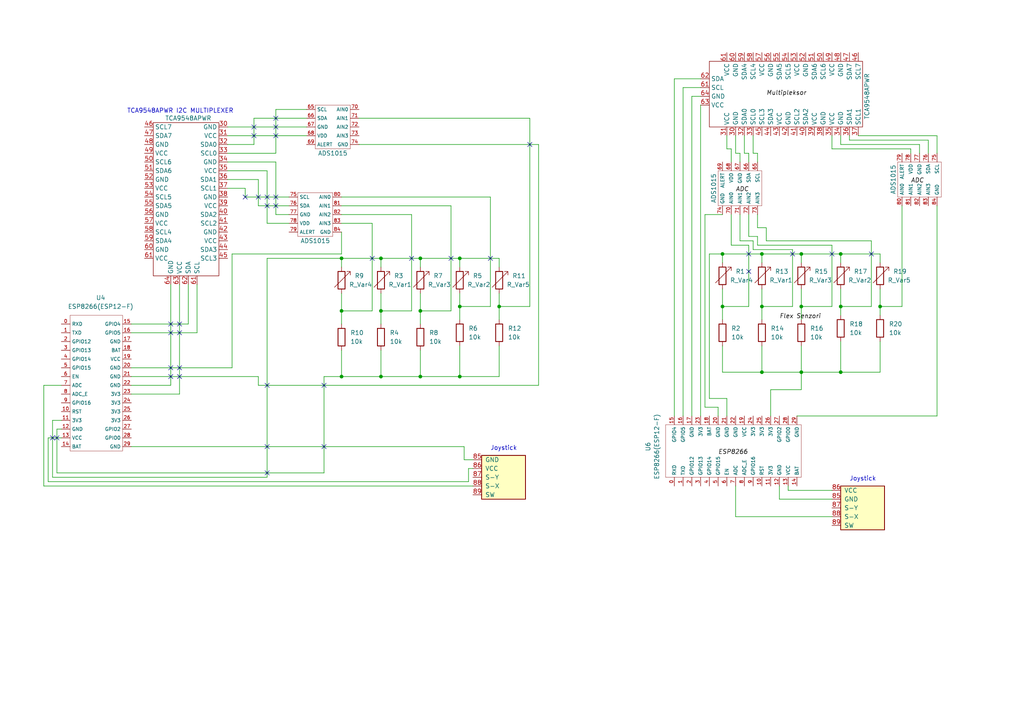
<source format=kicad_sch>
(kicad_sch (version 20230121) (generator eeschema)
  (paper "A4")
  (lib_symbols
    (symbol "ADS1115_1"
      (property "Value" "ADS1015" (at 0 -7.62 0))
      (symbol "ADS1115_1_0_1"
        (rectangle (start -5.08 6.35) (end 5.08 -6.35) (stroke (width 0.0005)))
      )
      (symbol "ADS1115_1_1_1"
        (pin input line (at 7.62 5.08 180) (length 2.54) (name "SCL") (number "65"))
        (pin input line (at 7.62 2.54 180) (length 2.54) (name "SDA") (number "66"))
        (pin passive line (at 7.62 0 180) (length 2.54) (name "GND") (number "67"))
        (pin input line (at 7.62 -2.54 180) (length 2.54) (name "VDD") (number "68"))
        (pin input line (at 7.62 -5.08 180) (length 2.54) (name "ALERT") (number "69"))
        (pin input line (at -7.62 5.08 0) (length 2.54) (name "AIN0") (number "70"))
        (pin input line (at -7.62 2.54 0) (length 2.54) (name "AIN1") (number "71"))
        (pin input line (at -7.62 0 0) (length 2.54) (name "AIN2") (number "72"))
        (pin input line (at -7.62 -2.54 0) (length 2.54) (name "AIN3") (number "73"))
        (pin passive line (at -7.62 -5.08 0) (length 2.54) (name "GND") (number "74"))
      )
    )
    (symbol "ADS1115_2"
      (property "Value" "ADS1015" (at 0 -7.62 0))
      (symbol "ADS1115_2_0_1"
        (rectangle (start -5.08 6.35) (end 5.08 -6.35) (stroke (width 0.0005)))
      )
      (symbol "ADS1115_2_1_1"
        (pin input line (at 7.62 5.08 180) (length 2.54) (name "SCL") (number "65"))
        (pin input line (at 7.62 2.54 180) (length 2.54) (name "SDA") (number "66"))
        (pin passive line (at 7.62 0 180) (length 2.54) (name "GND") (number "67"))
        (pin input line (at 7.62 -2.54 180) (length 2.54) (name "VDD") (number "68"))
        (pin input line (at 7.62 -5.08 180) (length 2.54) (name "ALERT") (number "69"))
        (pin input line (at -7.62 -2.54 0) (length 2.54) (name "AIN0") (number "70"))
        (pin input line (at -7.62 0 0) (length 2.54) (name "AIN1") (number "71"))
        (pin input line (at -7.62 2.54 0) (length 2.54) (name "AIN2") (number "72"))
        (pin input line (at -7.62 5.08 0) (length 2.54) (name "AIN3") (number "73"))
        (pin passive line (at -7.62 -5.08 0) (length 2.54) (name "GND") (number "74"))
      )
    )
    (symbol "ADS1115_3"
      (property "Value" "ADS1015" (at 0 -7.62 0))
      (symbol "ADS1115_3_0_1"
        (rectangle (start -5.08 6.35) (end 5.08 -6.35) (stroke (width 0.0005)))
      )
      (symbol "ADS1115_3_1_1"
        (pin input line (at 7.62 5.08 180) (length 2.54) (name "SCL") (number "75"))
        (pin input line (at 7.62 2.54 180) (length 2.54) (name "SDA") (number "76"))
        (pin passive line (at 7.62 0 180) (length 2.54) (name "GND") (number "77"))
        (pin input line (at 7.62 -2.54 180) (length 2.54) (name "VDD") (number "78"))
        (pin input line (at 7.62 -5.08 180) (length 2.54) (name "ALERT") (number "79"))
        (pin input line (at -7.62 -5.08 0) (length 2.54) (name "AIN0") (number "80"))
        (pin input line (at -7.62 -2.54 0) (length 2.54) (name "AIN1") (number "81"))
        (pin input line (at -7.62 0 0) (length 2.54) (name "AIN2") (number "82"))
        (pin input line (at -7.62 2.54 0) (length 2.54) (name "AIN3") (number "83"))
        (pin passive line (at -7.62 5.08 0) (length 2.54) (name "GND") (number "84"))
      )
    )
    (symbol "Analog_ADC:MAX1275" (pin_names (offset 1.016))
      (symbol "MAX1275_1_1"
        (rectangle (start -7.62 8.89) (end 5.08 -3.81) (stroke (width 0.254)) (fill (type background)))
        (pin power_in line (at -10.16 7.62 0) (length 2.54) (name "GND") (number "85"))
        (pin power_in line (at -10.16 5.08 0) (length 2.54) (name "VCC") (number "86"))
        (pin power_out line (at -10.16 2.54 0) (length 2.54) (name "S-Y") (number "87"))
        (pin power_out line (at -10.16 0 0) (length 2.54) (name "S-X") (number "88"))
        (pin power_out line (at -10.16 -2.54 0) (length 2.54) (name "SW") (number "89"))
      )
    )
    (symbol "Device:R" (pin_numbers hide) (pin_names (offset 0))
      (property "Reference" "R" (at 2.032 0 90))
      (property "Value" "R" (at 0 0 90))
      (symbol "R_0_1"
        (rectangle (start -1.016 -2.54) (end 1.016 2.54) (stroke (width 0.254)))
      )
      (symbol "R_1_1"
        (pin passive line (at 0 3.81 270) (length 1.27) (name "~") (number "1"))
        (pin passive line (at 0 -3.81 90) (length 1.27) (name "~") (number "2"))
      )
    )
    (symbol "Device:R_Variable" (pin_numbers hide) (pin_names (offset 0))
      (property "Reference" "R" (at 2.54 -2.54 90))
      (property "Value" "R_Variable" (at -2.54 -1.27 90))
      (symbol "R_Variable_0_1"
        (rectangle (start -1.016 -2.54) (end 1.016 2.54) (stroke (width 0.254)))
        (polyline (pts (xy 2.54 1.524) (xy 2.54 2.54) (xy 1.524 2.54) (xy 2.54 2.54) (xy -2.032 -2.032)))
      )
      (symbol "R_Variable_1_1"
        (pin passive line (at 0 3.81 270) (length 1.27) (name "~") (number "1"))
        (pin passive line (at 0 -3.81 90) (length 1.27) (name "~") (number "2"))
      )
    )
    (symbol "ESP8266(ESP12-F)_1"
      (property "Reference" "U6" (at 1.27 10.16 0))
      (property "Value" "ESP8266(ESP12-F)" (at 1.27 7.62 0))
      (symbol "ESP8266(ESP12-F)_1_0_1"
        (rectangle (start -7.62 5.08) (end 7.62 -34.29) (stroke (width 0.0005)))
        (rectangle (start 7.62 -8.89) (end 7.62 -8.89) (stroke (width 0.0005)))
      )
      (symbol "ESP8266(ESP12-F)_1_1_1"
        (pin input line (at -10.16 2.54 0) (length 2.54) (name "RXD") (number "0"))
        (pin input line (at -10.16 0 0) (length 2.54) (name "TXD") (number "1"))
        (pin input line (at -10.16 -22.86 0) (length 2.54) (name "RST") (number "10"))
        (pin input line (at -10.16 -25.4 0) (length 2.54) (name "3V3") (number "11"))
        (pin input line (at -10.16 -27.94 0) (length 2.54) (name "GND") (number "12"))
        (pin input line (at -10.16 -30.48 0) (length 2.54) (name "VCC") (number "13"))
        (pin input line (at -10.16 -33.02 0) (length 2.54) (name "BAT") (number "14"))
        (pin input line (at 10.16 2.54 180) (length 2.54) (name "GPIO4") (number "15"))
        (pin input line (at 10.16 0 180) (length 2.54) (name "GPIO5") (number "16"))
        (pin input line (at 10.16 -2.54 180) (length 2.54) (name "GND") (number "17"))
        (pin input line (at 10.16 -7.62 180) (length 2.54) (name "BAT") (number "18"))
        (pin input line (at 10.16 -17.78 180) (length 2.54) (name "VCC") (number "19"))
        (pin input line (at -10.16 -2.54 0) (length 2.54) (name "GPIO12") (number "2"))
        (pin input line (at 10.16 -10.16 180) (length 2.54) (name "GND") (number "20"))
        (pin input line (at 10.16 -12.7 180) (length 2.54) (name "GND") (number "21"))
        (pin input line (at 10.16 -15.24 180) (length 2.54) (name "GND") (number "22"))
        (pin input line (at 10.16 -5.08 180) (length 2.54) (name "3V3") (number "23"))
        (pin input line (at 10.16 -20.32 180) (length 2.54) (name "3V3") (number "24"))
        (pin input line (at 10.16 -22.86 180) (length 2.54) (name "3V3") (number "25"))
        (pin input line (at 10.16 -25.4 180) (length 2.54) (name "3V3") (number "26"))
        (pin input line (at 10.16 -27.94 180) (length 2.54) (name "GPIO2") (number "27"))
        (pin input line (at 10.16 -30.48 180) (length 2.54) (name "GPIO0") (number "28"))
        (pin input line (at 10.16 -33.02 180) (length 2.54) (name "GND") (number "29"))
        (pin input line (at -10.16 -5.08 0) (length 2.54) (name "GPIO13") (number "3"))
        (pin input line (at -10.16 -7.62 0) (length 2.54) (name "GPIO14") (number "4"))
        (pin input line (at -10.16 -10.16 0) (length 2.54) (name "GPIO15") (number "5"))
        (pin input line (at -10.16 -12.7 0) (length 2.54) (name "EN") (number "6"))
        (pin input line (at -10.16 -15.24 0) (length 2.54) (name "ADC") (number "7"))
        (pin input line (at -10.16 -17.78 0) (length 2.54) (name "ADC_E") (number "8"))
        (pin input line (at -10.16 -20.32 0) (length 2.54) (name "GPIO16") (number "9"))
      )
    )
    (symbol "MAX1275_1" (pin_names (offset 1.016))
      (symbol "MAX1275_1_1_1"
        (rectangle (start -7.62 8.89) (end 5.08 -3.81) (stroke (width 0.254)) (fill (type background)))
        (pin power_in line (at -10.16 5.08 0) (length 2.54) (name "GND") (number "85"))
        (pin power_in line (at -10.16 7.62 0) (length 2.54) (name "VCC") (number "86"))
        (pin power_out line (at -10.16 2.54 0) (length 2.54) (name "S-Y") (number "87"))
        (pin power_out line (at -10.16 0 0) (length 2.54) (name "S-X") (number "88"))
        (pin power_out line (at -10.16 -2.54 0) (length 2.54) (name "SW") (number "89"))
      )
    )
    (symbol "TCA9548APWR_1"
      (property "Value" "TCA9548APWR" (at 2.54 20.32 0))
      (symbol "TCA9548APWR_1_0_1"
        (rectangle (start -6.35 19.05) (end 12.7 -25.4) (stroke (width 0.1524)))
      )
      (symbol "TCA9548APWR_1_1_1"
        (pin power_in line (at -8.89 -17.78 0) (length 2.54) (name "GND") (number "30"))
        (pin power_in line (at -8.89 -20.32 0) (length 2.54) (name "VCC") (number "31"))
        (pin bidirectional line (at -8.89 -15.24 0) (length 2.54) (name "SDA0") (number "32"))
        (pin bidirectional line (at -8.89 -12.7 0) (length 2.54) (name "SCL0") (number "33"))
        (pin power_out line (at -8.89 12.7 0) (length 2.54) (name "GND") (number "34"))
        (pin power_in line (at -8.89 10.16 0) (length 2.54) (name "VCC") (number "35"))
        (pin bidirectional line (at -8.89 15.24 0) (length 2.54) (name "SDA1") (number "36"))
        (pin bidirectional line (at -8.89 17.78 0) (length 2.54) (name "SCL1") (number "37"))
        (pin power_out line (at -8.89 7.62 0) (length 2.54) (name "GND") (number "38"))
        (pin power_in line (at -8.89 5.08 0) (length 2.54) (name "VCC") (number "39"))
        (pin bidirectional line (at -8.89 2.54 0) (length 2.54) (name "SDA2") (number "40"))
        (pin bidirectional line (at -8.89 0 0) (length 2.54) (name "SCL2") (number "41"))
        (pin power_out line (at -8.89 -2.54 0) (length 2.54) (name "GND") (number "42"))
        (pin power_in line (at -8.89 -5.08 0) (length 2.54) (name "VCC") (number "43"))
        (pin bidirectional line (at -8.89 -7.62 0) (length 2.54) (name "SDA3") (number "44"))
        (pin bidirectional line (at -8.89 -10.16 0) (length 2.54) (name "SCL3") (number "45"))
        (pin bidirectional line (at 15.24 17.78 180) (length 2.54) (name "SCL7") (number "46"))
        (pin bidirectional line (at 15.24 15.24 180) (length 2.54) (name "SDA7") (number "47"))
        (pin power_out line (at 15.24 12.7 180) (length 2.54) (name "GND") (number "48"))
        (pin power_in line (at 15.24 10.16 180) (length 2.54) (name "VCC") (number "49"))
        (pin bidirectional line (at 15.24 7.62 180) (length 2.54) (name "SCL6") (number "50"))
        (pin bidirectional line (at 15.24 5.08 180) (length 2.54) (name "SDA6") (number "51"))
        (pin power_out line (at 15.24 2.54 180) (length 2.54) (name "GND") (number "52"))
        (pin power_in line (at 15.24 0 180) (length 2.54) (name "VCC") (number "53"))
        (pin bidirectional line (at 15.24 -2.54 180) (length 2.54) (name "SCL5") (number "54"))
        (pin bidirectional line (at 15.24 -5.08 180) (length 2.54) (name "SDA5") (number "55"))
        (pin power_out line (at 15.24 -7.62 180) (length 2.54) (name "GND") (number "56"))
        (pin power_in line (at 15.24 -10.16 180) (length 2.54) (name "VCC") (number "57"))
        (pin bidirectional line (at 15.24 -12.7 180) (length 2.54) (name "SCL4") (number "58"))
        (pin bidirectional line (at 15.24 -15.24 180) (length 2.54) (name "SDA4") (number "59"))
        (pin power_out line (at 15.24 -17.78 180) (length 2.54) (name "GND") (number "60"))
        (pin power_in line (at 5.08 -27.94 90) (length 2.54) (name "SCL") (number "61"))
        (pin power_in line (at 15.24 -20.32 180) (length 2.54) (name "VCC") (number "61"))
        (pin power_out line (at 7.62 -27.94 90) (length 2.54) (name "SDA") (number "62"))
        (pin bidirectional line (at 0 -27.94 90) (length 2.54) (name "VCC") (number "63"))
        (pin bidirectional line (at 2.54 -27.94 90) (length 2.54) (name "GND") (number "64"))
      )
    )
    (symbol "e-radionica.com schematics:ADS1115"
      (property "Value" "ADS1015" (at 0 -7.62 0))
      (symbol "ADS1115_0_1"
        (rectangle (start -5.08 6.35) (end 5.08 -6.35) (stroke (width 0.0005)))
      )
      (symbol "ADS1115_1_1"
        (pin input line (at 7.62 5.08 180) (length 2.54) (name "SCL") (number "75"))
        (pin input line (at 7.62 2.54 180) (length 2.54) (name "SDA") (number "76"))
        (pin passive line (at 7.62 0 180) (length 2.54) (name "GND") (number "77"))
        (pin input line (at 7.62 -2.54 180) (length 2.54) (name "VDD") (number "78"))
        (pin input line (at 7.62 -5.08 180) (length 2.54) (name "ALERT") (number "79"))
        (pin input line (at -7.62 5.08 0) (length 2.54) (name "AIN0") (number "80"))
        (pin input line (at -7.62 2.54 0) (length 2.54) (name "AIN1") (number "81"))
        (pin input line (at -7.62 0 0) (length 2.54) (name "AIN2") (number "82"))
        (pin input line (at -7.62 -2.54 0) (length 2.54) (name "AIN3") (number "83"))
        (pin passive line (at -7.62 -5.08 0) (length 2.54) (name "GND") (number "84"))
      )
    )
    (symbol "e-radionica.com schematics:ESP8266(ESP12-F)"
      (property "Reference" "U4" (at 1.27 10.16 0))
      (property "Value" "ESP8266(ESP12-F)" (at 1.27 7.62 0))
      (symbol "ESP8266(ESP12-F)_0_1"
        (rectangle (start -7.62 5.08) (end 7.62 -34.29) (stroke (width 0.0005)))
        (rectangle (start 7.62 -8.89) (end 7.62 -8.89) (stroke (width 0.0005)))
      )
      (symbol "ESP8266(ESP12-F)_1_1"
        (pin input line (at -10.16 2.54 0) (length 2.54) (name "RXD") (number "0"))
        (pin input line (at -10.16 0 0) (length 2.54) (name "TXD") (number "1"))
        (pin input line (at -10.16 -22.86 0) (length 2.54) (name "RST") (number "10"))
        (pin input line (at -10.16 -25.4 0) (length 2.54) (name "3V3") (number "11"))
        (pin input line (at -10.16 -27.94 0) (length 2.54) (name "GND") (number "12"))
        (pin input line (at -10.16 -30.48 0) (length 2.54) (name "VCC") (number "13"))
        (pin input line (at -10.16 -33.02 0) (length 2.54) (name "BAT") (number "14"))
        (pin input line (at 10.16 2.54 180) (length 2.54) (name "GPIO4") (number "15"))
        (pin input line (at 10.16 0 180) (length 2.54) (name "GPIO5") (number "16"))
        (pin input line (at 10.16 -2.54 180) (length 2.54) (name "GND") (number "17"))
        (pin input line (at 10.16 -5.08 180) (length 2.54) (name "BAT") (number "18"))
        (pin input line (at 10.16 -7.62 180) (length 2.54) (name "VCC") (number "19"))
        (pin input line (at -10.16 -2.54 0) (length 2.54) (name "GPIO12") (number "2"))
        (pin input line (at 10.16 -10.16 180) (length 2.54) (name "GND") (number "20"))
        (pin input line (at 10.16 -12.7 180) (length 2.54) (name "GND") (number "21"))
        (pin input line (at 10.16 -15.24 180) (length 2.54) (name "GND") (number "22"))
        (pin input line (at 10.16 -17.78 180) (length 2.54) (name "3V3") (number "23"))
        (pin input line (at 10.16 -20.32 180) (length 2.54) (name "3V3") (number "24"))
        (pin input line (at 10.16 -22.86 180) (length 2.54) (name "3V3") (number "25"))
        (pin input line (at 10.16 -25.4 180) (length 2.54) (name "3V3") (number "26"))
        (pin input line (at 10.16 -27.94 180) (length 2.54) (name "GPIO2") (number "27"))
        (pin input line (at 10.16 -30.48 180) (length 2.54) (name "GPIO0") (number "28"))
        (pin input line (at 10.16 -33.02 180) (length 2.54) (name "GND") (number "29"))
        (pin input line (at -10.16 -5.08 0) (length 2.54) (name "GPIO13") (number "3"))
        (pin input line (at -10.16 -7.62 0) (length 2.54) (name "GPIO14") (number "4"))
        (pin input line (at -10.16 -10.16 0) (length 2.54) (name "GPIO15") (number "5"))
        (pin input line (at -10.16 -12.7 0) (length 2.54) (name "EN") (number "6"))
        (pin input line (at -10.16 -15.24 0) (length 2.54) (name "ADC") (number "7"))
        (pin input line (at -10.16 -17.78 0) (length 2.54) (name "ADC_E") (number "8"))
        (pin input line (at -10.16 -20.32 0) (length 2.54) (name "GPIO16") (number "9"))
      )
    )
    (symbol "e-radionica.com schematics:TCA9548APWR"
      (property "Value" "TCA9548APWR" (at 2.54 20.32 0))
      (symbol "TCA9548APWR_0_1"
        (rectangle (start -6.35 19.05) (end 12.7 -25.4) (stroke (width 0.1524)))
      )
      (symbol "TCA9548APWR_1_1"
        (pin power_in line (at -8.89 17.78 0) (length 2.54) (name "GND") (number "30"))
        (pin power_in line (at -8.89 15.24 0) (length 2.54) (name "VCC") (number "31"))
        (pin bidirectional line (at -8.89 12.7 0) (length 2.54) (name "SDA0") (number "32"))
        (pin bidirectional line (at -8.89 10.16 0) (length 2.54) (name "SCL0") (number "33"))
        (pin power_out line (at -8.89 7.62 0) (length 2.54) (name "GND") (number "34"))
        (pin power_in line (at -8.89 5.08 0) (length 2.54) (name "VCC") (number "35"))
        (pin bidirectional line (at -8.89 2.54 0) (length 2.54) (name "SDA1") (number "36"))
        (pin bidirectional line (at -8.89 0 0) (length 2.54) (name "SCL1") (number "37"))
        (pin power_out line (at -8.89 -2.54 0) (length 2.54) (name "GND") (number "38"))
        (pin power_in line (at -8.89 -5.08 0) (length 2.54) (name "VCC") (number "39"))
        (pin bidirectional line (at -8.89 -7.62 0) (length 2.54) (name "SDA2") (number "40"))
        (pin bidirectional line (at -8.89 -10.16 0) (length 2.54) (name "SCL2") (number "41"))
        (pin power_out line (at -8.89 -12.7 0) (length 2.54) (name "GND") (number "42"))
        (pin power_in line (at -8.89 -15.24 0) (length 2.54) (name "VCC") (number "43"))
        (pin bidirectional line (at -8.89 -17.78 0) (length 2.54) (name "SDA3") (number "44"))
        (pin bidirectional line (at -8.89 -20.32 0) (length 2.54) (name "SCL3") (number "45"))
        (pin bidirectional line (at 15.24 17.78 180) (length 2.54) (name "SCL7") (number "46"))
        (pin bidirectional line (at 15.24 15.24 180) (length 2.54) (name "SDA7") (number "47"))
        (pin power_out line (at 15.24 12.7 180) (length 2.54) (name "GND") (number "48"))
        (pin power_in line (at 15.24 10.16 180) (length 2.54) (name "VCC") (number "49"))
        (pin bidirectional line (at 15.24 7.62 180) (length 2.54) (name "SCL6") (number "50"))
        (pin bidirectional line (at 15.24 5.08 180) (length 2.54) (name "SDA6") (number "51"))
        (pin power_out line (at 15.24 2.54 180) (length 2.54) (name "GND") (number "52"))
        (pin power_in line (at 15.24 0 180) (length 2.54) (name "VCC") (number "53"))
        (pin bidirectional line (at 15.24 -2.54 180) (length 2.54) (name "SCL5") (number "54"))
        (pin bidirectional line (at 15.24 -5.08 180) (length 2.54) (name "SDA5") (number "55"))
        (pin power_out line (at 15.24 -7.62 180) (length 2.54) (name "GND") (number "56"))
        (pin power_in line (at 15.24 -10.16 180) (length 2.54) (name "VCC") (number "57"))
        (pin bidirectional line (at 15.24 -12.7 180) (length 2.54) (name "SCL4") (number "58"))
        (pin bidirectional line (at 15.24 -15.24 180) (length 2.54) (name "SDA4") (number "59"))
        (pin power_out line (at 15.24 -17.78 180) (length 2.54) (name "GND") (number "60"))
        (pin power_in line (at 0 -27.94 90) (length 2.54) (name "SCL") (number "61"))
        (pin power_in line (at 15.24 -20.32 180) (length 2.54) (name "VCC") (number "61"))
        (pin power_out line (at 2.54 -27.94 90) (length 2.54) (name "SDA") (number "62"))
        (pin bidirectional line (at 5.08 -27.94 90) (length 2.54) (name "VCC") (number "63"))
        (pin bidirectional line (at 7.62 -27.94 90) (length 2.54) (name "GND") (number "64"))
      )
    )
  )
  (junction (at 255.27 88.9))
  (junction (at 99.06 109.22))
  (junction (at 121.92 74.93))
  (junction (at 121.92 90.17))
  (junction (at 133.35 109.22))
  (junction (at 243.84 73.66))
  (junction (at 220.98 88.9))
  (junction (at 220.98 73.66))
  (junction (at 144.78 88.9))
  (junction (at 121.92 109.22))
  (junction (at 232.41 73.66))
  (junction (at 220.98 107.95))
  (junction (at 209.55 88.9))
  (junction (at 232.41 107.95))
  (junction (at 133.35 74.93))
  (junction (at 99.06 74.93))
  (junction (at 110.49 90.17))
  (junction (at 110.49 109.22))
  (junction (at 243.84 88.9))
  (junction (at 110.49 74.93))
  (junction (at 232.41 88.9))
  (junction (at 99.06 90.17))
  (junction (at 133.35 88.9))
  (junction (at 209.55 73.66))
  (junction (at 243.84 107.95))
  (no_connect (at 80.01 39.37))
  (no_connect (at 49.53 106.68))
  (no_connect (at 73.66 36.83))
  (no_connect (at 15.24 127))
  (no_connect (at 52.07 106.68))
  (no_connect (at 52.07 93.98))
  (no_connect (at 49.53 96.52))
  (no_connect (at 107.95 74.93))
  (no_connect (at 49.53 109.22))
  (no_connect (at 73.66 39.37))
  (no_connect (at 93.98 129.54))
  (no_connect (at 77.47 129.54))
  (no_connect (at 130.81 74.93))
  (no_connect (at 80.01 59.69))
  (no_connect (at 71.12 57.15))
  (no_connect (at 77.47 111.76))
  (no_connect (at 52.07 96.52))
  (no_connect (at 77.47 57.15))
  (no_connect (at 252.73 73.66))
  (no_connect (at 77.47 137.16))
  (no_connect (at 80.01 34.29))
  (no_connect (at 74.93 57.15))
  (no_connect (at 217.17 78.74))
  (no_connect (at 229.87 73.66))
  (no_connect (at 93.98 111.76))
  (no_connect (at 80.01 36.83))
  (no_connect (at 16.51 127))
  (no_connect (at 153.67 41.91))
  (no_connect (at 217.17 73.66))
  (no_connect (at 52.07 109.22))
  (no_connect (at 142.24 74.93))
  (no_connect (at 241.3 73.66))
  (no_connect (at 119.38 74.93))
  (no_connect (at 80.01 57.15))
  (no_connect (at 49.53 93.98))
  (no_connect (at 77.47 59.69))
  (wire (pts (xy 77.47 49.53) (xy 66.04 49.53)))
  (wire (pts (xy 12.7 111.76) (xy 12.7 140.97)))
  (wire (pts (xy 243.84 41.91) (xy 243.84 39.37)))
  (wire (pts (xy 210.82 115.57) (xy 205.74 115.57)))
  (wire (pts (xy 66.04 52.07) (xy 74.93 52.07)))
  (wire (pts (xy 142.24 57.15) (xy 142.24 88.9)))
  (wire (pts (xy 66.04 39.37) (xy 88.9 39.37)))
  (wire (pts (xy 241.3 149.86) (xy 213.36 149.86)))
  (wire (pts (xy 73.66 34.29) (xy 88.9 34.29)))
  (wire (pts (xy 243.84 83.82) (xy 243.84 88.9)))
  (wire (pts (xy 271.78 120.65) (xy 231.14 120.65)))
  (wire (pts (xy 99.06 109.22) (xy 93.98 109.22)))
  (wire (pts (xy 121.92 101.6) (xy 121.92 109.22)))
  (wire (pts (xy 228.6 142.24) (xy 228.6 140.97)))
  (wire (pts (xy 133.35 100.33) (xy 133.35 109.22)))
  (wire (pts (xy 217.17 44.45) (xy 215.9 44.45)))
  (wire (pts (xy 104.14 34.29) (xy 153.67 34.29)))
  (wire (pts (xy 248.92 39.37) (xy 271.78 39.37)))
  (wire (pts (xy 222.25 66.04) (xy 219.71 66.04)))
  (wire (pts (xy 209.55 88.9) (xy 217.17 88.9)))
  (wire (pts (xy 80.01 31.75) (xy 88.9 31.75)))
  (wire (pts (xy 241.3 71.12) (xy 219.71 71.12)))
  (wire (pts (xy 220.98 107.95) (xy 232.41 107.95)))
  (wire (pts (xy 241.3 71.12) (xy 241.3 88.9)))
  (wire (pts (xy 99.06 74.93) (xy 77.47 74.93)))
  (wire (pts (xy 218.44 39.37) (xy 218.44 44.45)))
  (wire (pts (xy 38.1 109.22) (xy 74.93 109.22)))
  (wire (pts (xy 142.24 88.9) (xy 133.35 88.9)))
  (wire (pts (xy 214.63 44.45) (xy 214.63 46.99)))
  (wire (pts (xy 71.12 54.61) (xy 66.04 54.61)))
  (wire (pts (xy 99.06 90.17) (xy 107.95 90.17)))
  (wire (pts (xy 213.36 149.86) (xy 213.36 140.97)))
  (wire (pts (xy 80.01 44.45) (xy 80.01 31.75)))
  (wire (pts (xy 130.81 59.69) (xy 130.81 90.17)))
  (wire (pts (xy 209.55 107.95) (xy 220.98 107.95)))
  (wire (pts (xy 209.55 73.66) (xy 220.98 73.66)))
  (wire (pts (xy 232.41 88.9) (xy 232.41 92.71)))
  (wire (pts (xy 134.62 133.35) (xy 137.16 133.35)))
  (wire (pts (xy 195.58 22.86) (xy 203.2 22.86)))
  (wire (pts (xy 57.15 96.52) (xy 38.1 96.52)))
  (wire (pts (xy 57.15 82.55) (xy 57.15 96.52)))
  (wire (pts (xy 38.1 114.3) (xy 52.07 114.3)))
  (wire (pts (xy 77.47 138.43) (xy 15.24 138.43)))
  (wire (pts (xy 99.06 74.93) (xy 110.49 74.93)))
  (wire (pts (xy 13.97 127) (xy 13.97 139.7)))
  (wire (pts (xy 99.06 64.77) (xy 107.95 64.77)))
  (wire (pts (xy 217.17 62.23) (xy 217.17 68.58)))
  (wire (pts (xy 271.78 59.69) (xy 271.78 120.65)))
  (wire (pts (xy 74.93 111.76) (xy 74.93 109.22)))
  (wire (pts (xy 212.09 46.99) (xy 212.09 43.18)))
  (wire (pts (xy 80.01 46.99) (xy 66.04 46.99)))
  (wire (pts (xy 13.97 139.7) (xy 135.89 139.7)))
  (wire (pts (xy 269.24 40.64) (xy 269.24 44.45)))
  (wire (pts (xy 246.38 39.37) (xy 246.38 40.64)))
  (wire (pts (xy 144.78 85.09) (xy 144.78 88.9)))
  (wire (pts (xy 66.04 44.45) (xy 80.01 44.45)))
  (wire (pts (xy 220.98 88.9) (xy 229.87 88.9)))
  (wire (pts (xy 110.49 85.09) (xy 110.49 90.17)))
  (wire (pts (xy 119.38 62.23) (xy 119.38 90.17)))
  (wire (pts (xy 252.73 88.9) (xy 243.84 88.9)))
  (wire (pts (xy 110.49 101.6) (xy 110.49 109.22)))
  (wire (pts (xy 223.52 113.03) (xy 232.41 113.03)))
  (wire (pts (xy 220.98 73.66) (xy 220.98 76.2)))
  (wire (pts (xy 110.49 74.93) (xy 121.92 74.93)))
  (wire (pts (xy 99.06 85.09) (xy 99.06 90.17)))
  (wire (pts (xy 16.51 137.16) (xy 16.51 124.46)))
  (wire (pts (xy 38.1 93.98) (xy 54.61 93.98)))
  (wire (pts (xy 255.27 88.9) (xy 255.27 91.44)))
  (wire (pts (xy 204.47 62.23) (xy 204.47 118.11)))
  (wire (pts (xy 121.92 74.93) (xy 133.35 74.93)))
  (wire (pts (xy 83.82 57.15) (xy 71.12 57.15)))
  (wire (pts (xy 220.98 83.82) (xy 220.98 88.9)))
  (wire (pts (xy 241.3 88.9) (xy 232.41 88.9)))
  (wire (pts (xy 200.66 120.65) (xy 200.66 27.94)))
  (wire (pts (xy 83.82 59.69) (xy 74.93 59.69)))
  (wire (pts (xy 232.41 113.03) (xy 232.41 107.95)))
  (wire (pts (xy 71.12 57.15) (xy 71.12 54.61)))
  (wire (pts (xy 15.24 121.92) (xy 15.24 138.43)))
  (wire (pts (xy 229.87 72.39) (xy 218.44 72.39)))
  (wire (pts (xy 209.55 88.9) (xy 209.55 92.71)))
  (wire (pts (xy 232.41 107.95) (xy 243.84 107.95)))
  (wire (pts (xy 52.07 114.3) (xy 52.07 82.55)))
  (wire (pts (xy 99.06 62.23) (xy 119.38 62.23)))
  (wire (pts (xy 219.71 66.04) (xy 219.71 62.23)))
  (wire (pts (xy 217.17 71.12) (xy 212.09 71.12)))
  (wire (pts (xy 99.06 101.6) (xy 99.06 109.22)))
  (wire (pts (xy 213.36 39.37) (xy 213.36 44.45)))
  (wire (pts (xy 212.09 62.23) (xy 212.09 71.12)))
  (wire (pts (xy 73.66 41.91) (xy 73.66 34.29)))
  (wire (pts (xy 99.06 109.22) (xy 110.49 109.22)))
  (wire (pts (xy 133.35 74.93) (xy 133.35 77.47)))
  (wire (pts (xy 121.92 109.22) (xy 133.35 109.22)))
  (wire (pts (xy 205.74 115.57) (xy 205.74 73.66)))
  (wire (pts (xy 83.82 64.77) (xy 77.47 64.77)))
  (wire (pts (xy 156.21 41.91) (xy 156.21 111.76)))
  (wire (pts (xy 209.55 100.33) (xy 209.55 107.95)))
  (wire (pts (xy 232.41 83.82) (xy 232.41 88.9)))
  (wire (pts (xy 99.06 74.93) (xy 99.06 77.47)))
  (wire (pts (xy 218.44 72.39) (xy 218.44 69.85)))
  (wire (pts (xy 104.14 41.91) (xy 156.21 41.91)))
  (wire (pts (xy 214.63 62.23) (xy 214.63 69.85)))
  (wire (pts (xy 74.93 59.69) (xy 74.93 52.07)))
  (wire (pts (xy 17.78 127) (xy 13.97 127)))
  (wire (pts (xy 209.55 62.23) (xy 204.47 62.23)))
  (wire (pts (xy 121.92 74.93) (xy 121.92 77.47)))
  (wire (pts (xy 38.1 106.68) (xy 67.31 106.68)))
  (wire (pts (xy 252.73 88.9) (xy 252.73 69.85)))
  (wire (pts (xy 220.98 100.33) (xy 220.98 107.95)))
  (wire (pts (xy 219.71 68.58) (xy 217.17 68.58)))
  (wire (pts (xy 93.98 109.22) (xy 93.98 137.16)))
  (wire (pts (xy 133.35 88.9) (xy 133.35 92.71)))
  (wire (pts (xy 133.35 109.22) (xy 144.78 109.22)))
  (wire (pts (xy 241.3 142.24) (xy 228.6 142.24)))
  (wire (pts (xy 205.74 73.66) (xy 209.55 73.66)))
  (wire (pts (xy 226.06 144.78) (xy 226.06 140.97)))
  (wire (pts (xy 222.25 69.85) (xy 222.25 66.04)))
  (wire (pts (xy 212.09 43.18) (xy 210.82 43.18)))
  (wire (pts (xy 99.06 73.66) (xy 67.31 73.66)))
  (wire (pts (xy 66.04 41.91) (xy 73.66 41.91)))
  (wire (pts (xy 67.31 73.66) (xy 67.31 106.68)))
  (wire (pts (xy 135.89 135.89) (xy 135.89 139.7)))
  (wire (pts (xy 16.51 124.46) (xy 17.78 124.46)))
  (wire (pts (xy 38.1 111.76) (xy 49.53 111.76)))
  (wire (pts (xy 271.78 39.37) (xy 271.78 44.45)))
  (wire (pts (xy 261.62 59.69) (xy 261.62 88.9)))
  (wire (pts (xy 264.16 43.18) (xy 264.16 44.45)))
  (wire (pts (xy 107.95 64.77) (xy 107.95 90.17)))
  (wire (pts (xy 144.78 74.93) (xy 144.78 77.47)))
  (wire (pts (xy 232.41 73.66) (xy 243.84 73.66)))
  (wire (pts (xy 255.27 88.9) (xy 261.62 88.9)))
  (wire (pts (xy 218.44 69.85) (xy 214.63 69.85)))
  (wire (pts (xy 198.12 120.65) (xy 198.12 25.4)))
  (wire (pts (xy 223.52 120.65) (xy 223.52 113.03)))
  (wire (pts (xy 266.7 44.45) (xy 266.7 41.91)))
  (wire (pts (xy 12.7 140.97) (xy 137.16 140.97)))
  (wire (pts (xy 241.3 43.18) (xy 264.16 43.18)))
  (wire (pts (xy 210.82 43.18) (xy 210.82 39.37)))
  (wire (pts (xy 135.89 135.89) (xy 137.16 135.89)))
  (wire (pts (xy 255.27 99.06) (xy 255.27 107.95)))
  (wire (pts (xy 220.98 73.66) (xy 232.41 73.66)))
  (wire (pts (xy 80.01 62.23) (xy 80.01 46.99)))
  (wire (pts (xy 49.53 111.76) (xy 49.53 82.55)))
  (wire (pts (xy 144.78 88.9) (xy 144.78 92.71)))
  (wire (pts (xy 217.17 88.9) (xy 217.17 71.12)))
  (wire (pts (xy 110.49 90.17) (xy 119.38 90.17)))
  (wire (pts (xy 66.04 36.83) (xy 88.9 36.83)))
  (wire (pts (xy 208.28 118.11) (xy 208.28 120.65)))
  (wire (pts (xy 241.3 144.78) (xy 226.06 144.78)))
  (wire (pts (xy 77.47 74.93) (xy 77.47 138.43)))
  (wire (pts (xy 198.12 25.4) (xy 203.2 25.4)))
  (wire (pts (xy 17.78 111.76) (xy 12.7 111.76)))
  (wire (pts (xy 153.67 34.29) (xy 153.67 88.9)))
  (wire (pts (xy 133.35 85.09) (xy 133.35 88.9)))
  (wire (pts (xy 121.92 90.17) (xy 121.92 93.98)))
  (wire (pts (xy 243.84 88.9) (xy 243.84 91.44)))
  (wire (pts (xy 218.44 44.45) (xy 219.71 44.45)))
  (wire (pts (xy 99.06 59.69) (xy 130.81 59.69)))
  (wire (pts (xy 215.9 39.37) (xy 215.9 44.45)))
  (wire (pts (xy 99.06 90.17) (xy 99.06 93.98)))
  (wire (pts (xy 99.06 57.15) (xy 142.24 57.15)))
  (wire (pts (xy 243.84 107.95) (xy 255.27 107.95)))
  (wire (pts (xy 110.49 74.93) (xy 110.49 77.47)))
  (wire (pts (xy 99.06 67.31) (xy 99.06 73.66)))
  (wire (pts (xy 252.73 69.85) (xy 222.25 69.85)))
  (wire (pts (xy 209.55 73.66) (xy 209.55 76.2)))
  (wire (pts (xy 243.84 99.06) (xy 243.84 107.95)))
  (wire (pts (xy 232.41 100.33) (xy 232.41 107.95)))
  (wire (pts (xy 204.47 118.11) (xy 208.28 118.11)))
  (wire (pts (xy 110.49 109.22) (xy 121.92 109.22)))
  (wire (pts (xy 54.61 82.55) (xy 54.61 93.98)))
  (wire (pts (xy 77.47 64.77) (xy 77.47 49.53)))
  (wire (pts (xy 203.2 30.48) (xy 203.2 120.65)))
  (wire (pts (xy 195.58 120.65) (xy 195.58 22.86)))
  (wire (pts (xy 220.98 88.9) (xy 220.98 92.71)))
  (wire (pts (xy 133.35 74.93) (xy 144.78 74.93)))
  (wire (pts (xy 121.92 85.09) (xy 121.92 90.17)))
  (wire (pts (xy 213.36 44.45) (xy 214.63 44.45)))
  (wire (pts (xy 229.87 88.9) (xy 229.87 72.39)))
  (wire (pts (xy 243.84 73.66) (xy 255.27 73.66)))
  (wire (pts (xy 93.98 137.16) (xy 16.51 137.16)))
  (wire (pts (xy 217.17 46.99) (xy 217.17 44.45)))
  (wire (pts (xy 243.84 73.66) (xy 243.84 76.2)))
  (wire (pts (xy 153.67 88.9) (xy 144.78 88.9)))
  (wire (pts (xy 209.55 83.82) (xy 209.55 88.9)))
  (wire (pts (xy 156.21 111.76) (xy 74.93 111.76)))
  (wire (pts (xy 134.62 129.54) (xy 38.1 129.54)))
  (wire (pts (xy 200.66 27.94) (xy 203.2 27.94)))
  (wire (pts (xy 210.82 120.65) (xy 210.82 115.57)))
  (wire (pts (xy 266.7 41.91) (xy 243.84 41.91)))
  (wire (pts (xy 255.27 83.82) (xy 255.27 88.9)))
  (wire (pts (xy 246.38 40.64) (xy 269.24 40.64)))
  (wire (pts (xy 110.49 90.17) (xy 110.49 93.98)))
  (wire (pts (xy 232.41 73.66) (xy 232.41 76.2)))
  (wire (pts (xy 144.78 100.33) (xy 144.78 109.22)))
  (wire (pts (xy 219.71 71.12) (xy 219.71 68.58)))
  (wire (pts (xy 134.62 133.35) (xy 134.62 129.54)))
  (wire (pts (xy 219.71 44.45) (xy 219.71 46.99)))
  (wire (pts (xy 130.81 90.17) (xy 121.92 90.17)))
  (wire (pts (xy 83.82 62.23) (xy 80.01 62.23)))
  (wire (pts (xy 255.27 73.66) (xy 255.27 76.2)))
  (wire (pts (xy 241.3 39.37) (xy 241.3 43.18)))
  (wire (pts (xy 17.78 121.92) (xy 15.24 121.92)))
  (text "Joystick" (at 142.24 130.81 0) (effects (font (size 1.27 1.27)) (justify left bottom)))
  (text "Joystick" (at 246.38 139.7 0) (effects (font (size 1.27 1.27)) (justify left bottom)))
  (text "TCA9548APWR I2C MULTIPLEXER" (at 36.83 33.02 0) (effects (font (size 1.27 1.27)) (justify left bottom)))
  (label "ESP8266" (at 208.28 132.08 0) (effects (font italic)))
  (label "ADC" (at 264.16 53.34 0) (effects (font italic)))
  (label "ADC" (at 213.36 55.88 0) (effects (font italic)))
  (label "Flex Senzori" (at 226.06 92.71 0) (effects (font italic)))
  (label "Multipleksor" (at 222.25 27.94 0) (effects (font italic)))
  (symbol (lib_id "Device:R") (at 209.55 96.52 0) (unit 1)
    (property "Reference" "R2" (at 212.09 95.25 0) (effects (justify left)))
    (property "Value" "10k" (at 212.09 97.79 0) (effects (justify left)))
  )
  (symbol (lib_id "e-radionica.com schematics:ESP8266(ESP12-F)") (at 27.94 96.52 0) (unit 1)
    (property "Reference" "U4" (at 29.21 86.36 0))
    (property "Value" "ESP8266(ESP12-F)" (at 29.21 88.9 0))
    (property "Footprint" "e-radionica.com footprinti:ESP 8266(ESP12-F)" (effects hide))
  )
  (symbol (lib_id "Analog_ADC:MAX1275") (at 147.32 140.97 0) (unit 1)
    (property "Reference" "U5" (effects hide))
    (property "Value" "MAX1275" (effects hide))
    (property "Datasheet" "https://datasheets.maximintegrated.com/en/ds/MAX1274-MAX1275.pdf" (effects hide))
  )
  (symbol (lib_id "Device:R_Variable") (at 144.78 81.28 0) (unit 1)
    (property "Reference" "R11" (at 148.59 80.01 0) (effects (justify left)))
    (property "Value" "R_Var5" (at 153.67 82.55 0) (effects (justify right)))
  )
  (symbol (lib_id "Device:R_Variable") (at 133.35 81.28 0) (unit 1)
    (property "Reference" "R5" (at 137.16 80.01 0) (effects (justify left)))
    (property "Value" "R_Var2" (at 142.24 82.55 0) (effects (justify right)))
  )
  (symbol (lib_id "Device:R") (at 220.98 96.52 0) (unit 1)
    (property "Reference" "R14" (at 223.52 95.25 0) (effects (justify left)))
    (property "Value" "10k" (at 223.52 97.79 0) (effects (justify left)))
  )
  (symbol (lib_id "Device:R") (at 232.41 96.52 0) (unit 1)
    (property "Reference" "R16" (at 234.95 95.25 0) (effects (justify left)))
    (property "Value" "10k" (at 234.95 97.79 0) (effects (justify left)))
  )
  (symbol (lib_id "Device:R_Variable") (at 209.55 80.01 0) (unit 1)
    (property "Reference" "R1" (at 213.36 78.74 0) (effects (justify left)))
    (property "Value" "R_Var4" (at 218.44 81.28 0) (effects (justify right)))
  )
  (symbol (lib_id "Device:R") (at 121.92 97.79 0) (unit 1)
    (property "Reference" "R8" (at 124.46 96.52 0) (effects (justify left)))
    (property "Value" "10k" (at 124.46 99.06 0) (effects (justify left)))
  )
  (symbol (lib_id "Device:R_Variable") (at 110.49 81.28 0) (unit 1)
    (property "Reference" "R3" (at 114.3 80.01 0) (effects (justify left)))
    (property "Value" "R_Var1" (at 119.38 82.55 0) (effects (justify right)))
  )
  (symbol (lib_name "ADS1115_3") (lib_id "e-radionica.com schematics:ADS1115") (at 266.7 52.07 270) (mirror x) (unit 1)
    (property "Reference" "U9" (effects hide))
    (property "Value" "ADS1015" (at 259.08 52.07 0))
    (property "Footprint" "e-radionica.com footprinti:VSSOP" (effects hide))
  )
  (symbol (lib_name "ESP8266(ESP12-F)_1") (lib_id "e-radionica.com schematics:ESP8266(ESP12-F)") (at 198.12 130.81 90) (unit 1)
    (property "Reference" "U6" (at 187.96 129.54 0))
    (property "Value" "ESP8266(ESP12-F)" (at 190.5 129.54 0))
    (property "Footprint" "e-radionica.com footprinti:ESP 8266(ESP12-F)" (effects hide))
  )
  (symbol (lib_id "Device:R") (at 133.35 96.52 0) (unit 1)
    (property "Reference" "R6" (at 135.89 95.25 0) (effects (justify left)))
    (property "Value" "10k" (at 135.89 97.79 0) (effects (justify left)))
  )
  (symbol (lib_id "Device:R_Variable") (at 232.41 80.01 0) (unit 1)
    (property "Reference" "R15" (at 236.22 78.74 0) (effects (justify left)))
    (property "Value" "R_Var3" (at 241.3 81.28 0) (effects (justify right)))
  )
  (symbol (lib_id "e-radionica.com schematics:TCA9548APWR") (at 57.15 54.61 0) (mirror y) (unit 1)
    (property "Reference" "U3" (effects hide))
    (property "Value" "TCA9548APWR" (at 54.61 34.29 0))
    (property "Footprint" "e-radionica.com footprinti:TSSOP-24" (effects hide))
  )
  (symbol (lib_id "Device:R_Variable") (at 255.27 80.01 0) (unit 1)
    (property "Reference" "R19" (at 259.08 78.74 0) (effects (justify left)))
    (property "Value" "R_Var5" (at 264.16 81.28 0) (effects (justify right)))
  )
  (symbol (lib_id "Device:R_Variable") (at 243.84 80.01 0) (unit 1)
    (property "Reference" "R17" (at 247.65 78.74 0) (effects (justify left)))
    (property "Value" "R_Var2" (at 252.73 81.28 0) (effects (justify right)))
  )
  (symbol (lib_id "Device:R") (at 99.06 97.79 0) (unit 1)
    (property "Reference" "R10" (at 101.6 96.52 0) (effects (justify left)))
    (property "Value" "10k" (at 101.6 99.06 0) (effects (justify left)))
  )
  (symbol (lib_name "ADS1115_1") (lib_id "e-radionica.com schematics:ADS1115") (at 96.52 36.83 0) (mirror y) (unit 1)
    (property "Reference" "U2" (effects hide))
    (property "Value" "ADS1015" (at 96.52 44.45 0))
    (property "Footprint" "e-radionica.com footprinti:VSSOP" (effects hide))
  )
  (symbol (lib_id "e-radionica.com schematics:ADS1115") (at 91.44 62.23 0) (mirror y) (unit 1)
    (property "Reference" "U1" (effects hide))
    (property "Value" "ADS1015" (at 91.44 69.85 0))
    (property "Footprint" "e-radionica.com footprinti:VSSOP" (effects hide))
  )
  (symbol (lib_id "Device:R_Variable") (at 220.98 80.01 0) (unit 1)
    (property "Reference" "R13" (at 224.79 78.74 0) (effects (justify left)))
    (property "Value" "R_Var1" (at 229.87 81.28 0) (effects (justify right)))
  )
  (symbol (lib_id "Device:R") (at 110.49 97.79 0) (unit 1)
    (property "Reference" "R4" (at 113.03 96.52 0) (effects (justify left)))
    (property "Value" "10k" (at 113.03 99.06 0) (effects (justify left)))
  )
  (symbol (lib_name "ADS1115_2") (lib_id "e-radionica.com schematics:ADS1115") (at 214.63 54.61 270) (mirror x) (unit 1)
    (property "Reference" "U8" (effects hide))
    (property "Value" "ADS1015" (at 207.01 54.61 0))
    (property "Footprint" "e-radionica.com footprinti:VSSOP" (effects hide))
  )
  (symbol (lib_name "MAX1275_1") (lib_id "Analog_ADC:MAX1275") (at 251.46 149.86 0) (unit 1)
    (property "Reference" "U10" (effects hide))
    (property "Value" "MAX1275" (effects hide))
    (property "Datasheet" "https://datasheets.maximintegrated.com/en/ds/MAX1274-MAX1275.pdf" (effects hide))
  )
  (symbol (lib_name "TCA9548APWR_1") (lib_id "e-radionica.com schematics:TCA9548APWR") (at 231.14 30.48 270) (mirror x) (unit 1)
    (property "Reference" "U7" (effects hide))
    (property "Value" "TCA9548APWR" (at 251.46 27.94 0))
    (property "Footprint" "e-radionica.com footprinti:TSSOP-24" (effects hide))
  )
  (symbol (lib_id "Device:R_Variable") (at 99.06 81.28 0) (unit 1)
    (property "Reference" "R9" (at 102.87 80.01 0) (effects (justify left)))
    (property "Value" "R_Var4" (at 107.95 82.55 0) (effects (justify right)))
  )
  (symbol (lib_id "Device:R") (at 144.78 96.52 0) (unit 1)
    (property "Reference" "R12" (at 147.32 95.25 0) (effects (justify left)))
    (property "Value" "10k" (at 147.32 97.79 0) (effects (justify left)))
  )
  (symbol (lib_id "Device:R") (at 255.27 95.25 0) (unit 1)
    (property "Reference" "R20" (at 257.81 93.98 0) (effects (justify left)))
    (property "Value" "10k" (at 257.81 96.52 0) (effects (justify left)))
  )
  (symbol (lib_id "Device:R_Variable") (at 121.92 81.28 0) (unit 1)
    (property "Reference" "R7" (at 125.73 80.01 0) (effects (justify left)))
    (property "Value" "R_Var3" (at 130.81 82.55 0) (effects (justify right)))
  )
  (symbol (lib_id "Device:R") (at 243.84 95.25 0) (unit 1)
    (property "Reference" "R18" (at 246.38 93.98 0) (effects (justify left)))
    (property "Value" "10k" (at 246.38 96.52 0) (effects (justify left)))
  )
)
</source>
